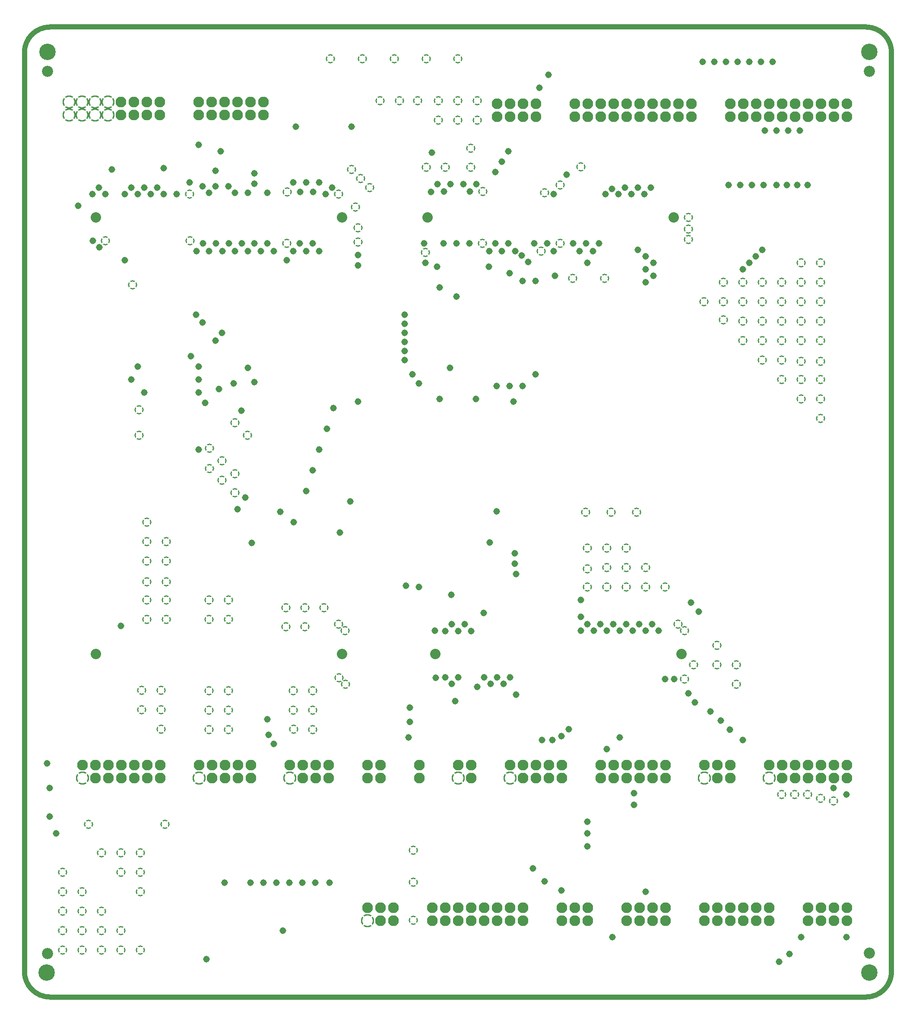
<source format=gbr>
%TF.GenerationSoftware,Altium Limited,Altium Designer,25.5.2 (35)*%
G04 Layer_Physical_Order=2*
G04 Layer_Color=32768*
%FSLAX45Y45*%
%MOMM*%
%TF.SameCoordinates,6948D1F0-C69E-42BD-806E-39CAA59B2E28*%
%TF.FilePolarity,Negative*%
%TF.FileFunction,Copper,L2,Inr,Plane*%
%TF.Part,Single*%
G01*
G75*
%TA.AperFunction,NonConductor*%
%ADD19C,1.01600*%
%TA.AperFunction,WasherPad*%
%ADD20C,3.21600*%
%ADD21C,2.16800*%
%TA.AperFunction,ComponentPad*%
G04:AMPARAMS|DCode=22|XSize=2.624mm|YSize=2.624mm|CornerRadius=0mm|HoleSize=0mm|Usage=FLASHONLY|Rotation=0.000|XOffset=0mm|YOffset=0mm|HoleType=Round|Shape=Relief|Width=0.254mm|Gap=0.254mm|Entries=4|*
%AMTHD22*
7,0,0,2.62400,2.11600,0.25400,45*
%
%ADD22THD22*%
%ADD23C,2.11600*%
%ADD24C,2.03600*%
%TA.AperFunction,ViaPad*%
%ADD25C,1.31600*%
G04:AMPARAMS|DCode=26|XSize=1.824mm|YSize=1.824mm|CornerRadius=0mm|HoleSize=0mm|Usage=FLASHONLY|Rotation=0.000|XOffset=0mm|YOffset=0mm|HoleType=Round|Shape=Relief|Width=0.254mm|Gap=0.254mm|Entries=4|*
%AMTHD26*
7,0,0,1.82400,1.31600,0.25400,45*
%
%ADD26THD26*%
D19*
X-16500000Y-5500000D02*
G03*
X-16000000Y-6000000I500000J0D01*
G01*
X0D02*
G03*
X500000Y-5500000I0J500000D01*
G01*
Y12500000D02*
G03*
X0Y13000000I-500000J0D01*
G01*
X-16000000D02*
G03*
X-16500000Y12500000I0J-500000D01*
G01*
X-16000000Y-6000000D02*
X0D01*
X500000Y-5500000D02*
Y12500000D01*
X-16000000Y13000000D02*
X0D01*
X-16500000Y-5500000D02*
Y12500000D01*
D20*
X-16050565Y12514668D02*
D03*
X-16060915Y-5519334D02*
D03*
X63500Y-5524500D02*
D03*
X64396Y12510380D02*
D03*
D21*
X-16050565Y-5148683D02*
D03*
X64396Y-5142604D02*
D03*
Y12129380D02*
D03*
X-16050565Y12135460D02*
D03*
D22*
X-1897001Y-1707876D02*
D03*
X-3167001D02*
D03*
X-6977001D02*
D03*
X-7993001D02*
D03*
X-9771001Y-4501876D02*
D03*
X-15359001Y-1707876D02*
D03*
X-11295001D02*
D03*
X-13073001D02*
D03*
X-15113002Y11531599D02*
D03*
X-14859003D02*
D03*
X-15367001Y11277599D02*
D03*
X-14859003D02*
D03*
X-15113002D02*
D03*
X-15367001Y11531599D02*
D03*
X-15621002D02*
D03*
Y11277599D02*
D03*
D23*
X-373001Y-4501876D02*
D03*
Y-4247876D02*
D03*
X-627001Y-4501876D02*
D03*
Y-4247876D02*
D03*
X-881001Y-4501876D02*
D03*
Y-4247876D02*
D03*
X-1135001Y-4501876D02*
D03*
Y-4247876D02*
D03*
X-373001Y-1707876D02*
D03*
Y-1453876D02*
D03*
X-627001Y-1707876D02*
D03*
Y-1453876D02*
D03*
X-881001Y-1707876D02*
D03*
Y-1453876D02*
D03*
X-1135001Y-1707876D02*
D03*
Y-1453876D02*
D03*
X-1389001Y-1707876D02*
D03*
Y-1453876D02*
D03*
X-1643001Y-1707876D02*
D03*
Y-1453876D02*
D03*
X-1897001D02*
D03*
X-2659001Y11500124D02*
D03*
Y11246124D02*
D03*
X-2405001Y11500124D02*
D03*
Y11246124D02*
D03*
X-2151001Y11500124D02*
D03*
Y11246124D02*
D03*
X-1897001Y11500124D02*
D03*
Y11246124D02*
D03*
X-1643001Y11500124D02*
D03*
Y11246124D02*
D03*
X-1389001Y11500124D02*
D03*
Y11246124D02*
D03*
X-1135001D02*
D03*
X-627001Y11500124D02*
D03*
X-1135001D02*
D03*
X-881001D02*
D03*
Y11246124D02*
D03*
X-627001D02*
D03*
X-373001Y11500124D02*
D03*
Y11246124D02*
D03*
X-3167001Y-1453876D02*
D03*
X-2659001Y-1707876D02*
D03*
X-2913001Y-1453876D02*
D03*
X-2659001D02*
D03*
X-2913001Y-1707876D02*
D03*
X-3167001Y-4247876D02*
D03*
Y-4501876D02*
D03*
X-2913001Y-4247876D02*
D03*
Y-4501876D02*
D03*
X-2659001Y-4247876D02*
D03*
Y-4501876D02*
D03*
X-2405001Y-4247876D02*
D03*
Y-4501876D02*
D03*
X-2151001Y-4247876D02*
D03*
Y-4501876D02*
D03*
X-1897001Y-4247876D02*
D03*
Y-4501876D02*
D03*
X-4691001Y-4247876D02*
D03*
Y-4501876D02*
D03*
X-4437001Y-4247876D02*
D03*
Y-4501876D02*
D03*
X-4183001Y-4247876D02*
D03*
Y-4501876D02*
D03*
X-3929001Y-4247876D02*
D03*
Y-4501876D02*
D03*
X-5199001Y-1453876D02*
D03*
Y-1707876D02*
D03*
X-4945001Y-1453876D02*
D03*
Y-1707876D02*
D03*
X-4691001Y-1453876D02*
D03*
Y-1707876D02*
D03*
X-4437001Y-1453876D02*
D03*
Y-1707876D02*
D03*
X-4183001Y-1453876D02*
D03*
Y-1707876D02*
D03*
X-3929001Y-1453876D02*
D03*
Y-1707876D02*
D03*
X-3421001Y11246124D02*
D03*
Y11500124D02*
D03*
X-3675001Y11246124D02*
D03*
X-3929001D02*
D03*
Y11500124D02*
D03*
X-4183001D02*
D03*
X-3675001D02*
D03*
X-4183001Y11246124D02*
D03*
X-4437001D02*
D03*
Y11500124D02*
D03*
X-4691001Y11246124D02*
D03*
Y11500124D02*
D03*
X-4945001Y11246124D02*
D03*
Y11500124D02*
D03*
X-5199001Y11246124D02*
D03*
Y11500124D02*
D03*
X-5453001Y11246124D02*
D03*
Y11500124D02*
D03*
X-5707001Y11246124D02*
D03*
Y11500124D02*
D03*
X-5961001Y-4247876D02*
D03*
X-5453001Y-4501876D02*
D03*
X-5707001Y-4247876D02*
D03*
X-5961001Y-4501876D02*
D03*
X-5453001Y-4247876D02*
D03*
X-5707001Y-4501876D02*
D03*
X-5961001Y-1707876D02*
D03*
Y-1453876D02*
D03*
X-6215001Y-1707876D02*
D03*
Y-1453876D02*
D03*
X-6469001Y-1707876D02*
D03*
Y-1453876D02*
D03*
X-6723001Y-1707876D02*
D03*
Y-1453876D02*
D03*
X-6977001D02*
D03*
X-6469001Y11246124D02*
D03*
Y11500124D02*
D03*
X-6723001Y11246124D02*
D03*
Y11500124D02*
D03*
X-6977001Y11246124D02*
D03*
Y11500124D02*
D03*
X-7231001Y11246124D02*
D03*
Y11500124D02*
D03*
X-7739001Y-1453876D02*
D03*
Y-1707876D02*
D03*
X-7993001Y-1453876D02*
D03*
X-6723001Y-4501876D02*
D03*
Y-4247876D02*
D03*
X-6977001Y-4501876D02*
D03*
Y-4247876D02*
D03*
X-7231001Y-4501876D02*
D03*
Y-4247876D02*
D03*
X-7485001Y-4501876D02*
D03*
Y-4247876D02*
D03*
X-7739001Y-4501876D02*
D03*
Y-4247876D02*
D03*
X-7993001Y-4501876D02*
D03*
Y-4247876D02*
D03*
X-8247001Y-4501876D02*
D03*
Y-4247876D02*
D03*
X-8501001Y-4501876D02*
D03*
Y-4247876D02*
D03*
X-8755001Y-1453876D02*
D03*
Y-1707876D02*
D03*
X-9771001Y-1453876D02*
D03*
X-9517001Y-1707876D02*
D03*
X-9771001D02*
D03*
X-9517001Y-1453876D02*
D03*
Y-4501876D02*
D03*
X-9263001Y-4247876D02*
D03*
X-9517001D02*
D03*
X-9263001Y-4501876D02*
D03*
X-9771001Y-4247876D02*
D03*
X-10533001Y-1707876D02*
D03*
Y-1453876D02*
D03*
X-10787001Y-1707876D02*
D03*
Y-1453876D02*
D03*
X-11041001Y-1707876D02*
D03*
Y-1453876D02*
D03*
X-11295001D02*
D03*
X-13081001Y11531599D02*
D03*
Y11277599D02*
D03*
X-12827002Y11531599D02*
D03*
Y11277599D02*
D03*
X-12573002Y11531599D02*
D03*
Y11277599D02*
D03*
X-12319002Y11531599D02*
D03*
Y11277599D02*
D03*
X-12065002Y11531599D02*
D03*
Y11277599D02*
D03*
X-11811002Y11531599D02*
D03*
Y11277599D02*
D03*
X-13073001Y-1453876D02*
D03*
X-12819000D02*
D03*
Y-1707876D02*
D03*
X-12565001Y-1453876D02*
D03*
Y-1707876D02*
D03*
X-12311001Y-1453876D02*
D03*
Y-1707876D02*
D03*
X-12057001Y-1453876D02*
D03*
Y-1707876D02*
D03*
X-13843002Y11277599D02*
D03*
Y11531599D02*
D03*
X-14097002Y11277599D02*
D03*
Y11531599D02*
D03*
X-14351003Y11277599D02*
D03*
Y11531599D02*
D03*
X-14605002Y11277599D02*
D03*
Y11531599D02*
D03*
X-13835001Y-1707876D02*
D03*
Y-1453876D02*
D03*
X-14089001Y-1707876D02*
D03*
Y-1453876D02*
D03*
X-14343001Y-1707876D02*
D03*
Y-1453876D02*
D03*
X-14597002Y-1707876D02*
D03*
Y-1453876D02*
D03*
X-14851001Y-1707876D02*
D03*
Y-1453876D02*
D03*
X-15105000Y-1707876D02*
D03*
Y-1453876D02*
D03*
X-15359001D02*
D03*
D24*
X-3617500Y716645D02*
D03*
X-8443500D02*
D03*
X-3769900Y9268825D02*
D03*
X-8595900D02*
D03*
X-10272300Y716645D02*
D03*
X-15098300D02*
D03*
X-10272300Y9268825D02*
D03*
X-15098300D02*
D03*
D25*
X-7625000Y75000D02*
D03*
X-6625000Y8400000D02*
D03*
X-6750000Y8525000D02*
D03*
X-7243200Y3516140D02*
D03*
X-11225000Y3300000D02*
D03*
X-4975000Y-4825000D02*
D03*
X-5825000Y-750000D02*
D03*
X-7375000Y2900000D02*
D03*
X-6858000Y2286000D02*
D03*
X-13766800Y10236200D02*
D03*
X-11988800Y6045200D02*
D03*
X-11734800Y-558800D02*
D03*
X-5588000Y1447800D02*
D03*
X-5612401Y8611600D02*
D03*
X-14782800Y10210800D02*
D03*
X-13081000Y10693400D02*
D03*
X-13258800Y9952236D02*
D03*
X-1701800Y-5308600D02*
D03*
X-8509000Y10541000D02*
D03*
X-10083800Y11049000D02*
D03*
X-8432800Y254000D02*
D03*
X-6096000Y8128000D02*
D03*
X-6908800Y5664200D02*
D03*
X-6477000Y8026400D02*
D03*
Y6197600D02*
D03*
X-8636000Y8382000D02*
D03*
X-8026400Y7721600D02*
D03*
X-8407400Y8305800D02*
D03*
X-6400800Y11811000D02*
D03*
X-6223000Y12065000D02*
D03*
X-8026402Y8762999D02*
D03*
X-11176000Y11049000D02*
D03*
X-11353800Y8432800D02*
D03*
X-11096799Y9773650D02*
D03*
X-7771401Y8764000D02*
D03*
X-7896399Y9926050D02*
D03*
X-7768398Y9774651D02*
D03*
X-7642399Y9926050D02*
D03*
X-8661899Y8762501D02*
D03*
X-9956800Y8331200D02*
D03*
Y8534400D02*
D03*
X-10590801Y9727198D02*
D03*
X-10463801Y9854198D02*
D03*
X-8454200Y1179290D02*
D03*
X-12953999Y5638800D02*
D03*
X-12683490Y5909310D02*
D03*
X-8763000Y6019800D02*
D03*
X-7645400Y5715000D02*
D03*
X-8356600D02*
D03*
Y7899400D02*
D03*
X-8890000Y6197600D02*
D03*
X-6146800Y-965200D02*
D03*
X-8051800Y-203200D02*
D03*
X-6858000Y-76200D02*
D03*
X-5969000Y-889000D02*
D03*
X-12319000Y3556000D02*
D03*
X-10566400Y5130800D02*
D03*
X-12750800Y6858000D02*
D03*
X-13233400Y6553200D02*
D03*
X-13081000Y4724400D02*
D03*
Y6350000D02*
D03*
Y6096000D02*
D03*
Y5842000D02*
D03*
X-12166600Y3784600D02*
D03*
X-13131799Y7366000D02*
D03*
X-13004800Y7213600D02*
D03*
X-6985000Y8178800D02*
D03*
X-7391400Y8305800D02*
D03*
X-6731000Y8026400D02*
D03*
Y5969000D02*
D03*
X-6985000D02*
D03*
X-7239000D02*
D03*
X-12624801Y7009399D02*
D03*
X-12621800Y8612601D02*
D03*
X-12877800Y8610600D02*
D03*
X-13129800Y8612601D02*
D03*
X-8153400Y6324600D02*
D03*
X-11607800Y-1041400D02*
D03*
X-11709400Y-863600D02*
D03*
X-9956800Y5664200D02*
D03*
X-9017000Y2057400D02*
D03*
X-8966200Y-914400D02*
D03*
X-8940800Y-609600D02*
D03*
Y-330200D02*
D03*
X-11988800Y10134600D02*
D03*
Y9931400D02*
D03*
X-10718800Y9956800D02*
D03*
X-10972800D02*
D03*
X-11226800D02*
D03*
X-10439400Y5537200D02*
D03*
X-12039600Y2895600D02*
D03*
X-10718800Y4724400D02*
D03*
X-10845800Y4318000D02*
D03*
X-10972800Y3911600D02*
D03*
X-10109200Y3708400D02*
D03*
X-11480800Y3505200D02*
D03*
X-10312400Y3098800D02*
D03*
X-6883400Y2692400D02*
D03*
Y2489200D02*
D03*
X-8763000Y2032000D02*
D03*
X-5588000Y1778000D02*
D03*
X-7493000Y1524000D02*
D03*
X-9042400Y7366000D02*
D03*
Y7188200D02*
D03*
Y7010400D02*
D03*
Y6832600D02*
D03*
Y6654800D02*
D03*
X-6350000Y-965200D02*
D03*
X-9042400Y6477000D02*
D03*
X-12115800Y6324600D02*
D03*
X-12395200Y6019800D02*
D03*
X-12242800Y5486400D02*
D03*
X-8128000Y1879600D02*
D03*
X-7264400Y10160000D02*
D03*
X-7137400Y10363200D02*
D03*
X-7010400Y10566400D02*
D03*
X-11606801Y8611600D02*
D03*
X-11860801D02*
D03*
X-11734802Y8762999D02*
D03*
X-8150399Y9926050D02*
D03*
X-8276398Y9774651D02*
D03*
X-11734802Y9753599D02*
D03*
X-12496802Y9880599D02*
D03*
X-7743999Y1167398D02*
D03*
X-12750802Y9880599D02*
D03*
X-12368801Y8611600D02*
D03*
X-11988802Y8762999D02*
D03*
X-12240800Y8765001D02*
D03*
X-12114801Y8611600D02*
D03*
X-10842799Y9773650D02*
D03*
X-10844801Y8764000D02*
D03*
X-10717801Y8611600D02*
D03*
X-11098801Y8764000D02*
D03*
X-10971801Y8611600D02*
D03*
X-11225801D02*
D03*
X-7997999Y1167398D02*
D03*
X-7870999Y1302018D02*
D03*
X-8251999Y1167398D02*
D03*
X-8124999Y1302018D02*
D03*
Y131272D02*
D03*
X-8251999Y265892D02*
D03*
X-7997999D02*
D03*
X-6981999D02*
D03*
X-7235999D02*
D03*
X-7108999Y131272D02*
D03*
X-7362999D02*
D03*
X-7489999Y265892D02*
D03*
X-8530896Y9774153D02*
D03*
X-8404399Y9926050D02*
D03*
X-4826002Y-914401D02*
D03*
X-5080002Y-1143001D02*
D03*
X-8280899Y8762501D02*
D03*
X-12750802Y10185399D02*
D03*
X-12649202Y10566399D02*
D03*
X-13004802Y9880599D02*
D03*
X-12876801Y9752598D02*
D03*
X-5588002Y1176019D02*
D03*
X-5334002D02*
D03*
X-5461002Y1303019D02*
D03*
X-5080002Y1176019D02*
D03*
X-5207002Y1303019D02*
D03*
X-4826002Y1176019D02*
D03*
X-4953002Y1303019D02*
D03*
X-13002800Y8765001D02*
D03*
X-12494800D02*
D03*
X-12748800D02*
D03*
X-12115802Y9753599D02*
D03*
X-12369802D02*
D03*
X-5461002Y8381999D02*
D03*
X-5867402Y10109199D02*
D03*
X-4978402Y9829799D02*
D03*
X-4851402Y9728199D02*
D03*
X-5105402D02*
D03*
X-6121402D02*
D03*
X-5231401Y8764000D02*
D03*
X-5357400Y8612601D02*
D03*
X-5739401Y8764000D02*
D03*
X-5485401D02*
D03*
X-6247401D02*
D03*
X-6120401Y8611600D02*
D03*
X-6881400Y8612601D02*
D03*
X-6501401Y8764000D02*
D03*
X-7263401D02*
D03*
X-7389400Y8612601D02*
D03*
X-7136401Y8611600D02*
D03*
X-7009401Y8764000D02*
D03*
X-13511801Y9727198D02*
D03*
X-15162801D02*
D03*
X-15035802Y9854198D02*
D03*
X-14908801Y9727198D02*
D03*
X-15160799Y8810452D02*
D03*
X-15033800Y8683452D02*
D03*
X-16002000Y-1905000D02*
D03*
Y-2463800D02*
D03*
X-15875000Y-2794000D02*
D03*
X-15443201Y9499600D02*
D03*
X-13893800Y9855200D02*
D03*
X-13766800Y9728200D02*
D03*
X-14147800Y9855200D02*
D03*
X-14020799Y9728200D02*
D03*
X-14401801Y9855200D02*
D03*
X-14274800Y9728200D02*
D03*
X-14528799D02*
D03*
Y8432800D02*
D03*
X-2667000Y-762000D02*
D03*
X-3048000Y-406400D02*
D03*
X-2844800Y-584200D02*
D03*
X-2413000Y-965200D02*
D03*
X-3479800Y-50800D02*
D03*
X-3352800Y-228600D02*
D03*
X-3937000Y228600D02*
D03*
X-3759200D02*
D03*
X-5969000Y-3911600D02*
D03*
X-11430000Y-4699000D02*
D03*
X-14401801Y6096000D02*
D03*
X-14147800Y5842000D02*
D03*
X-14274800Y6350000D02*
D03*
X-381000Y-4826000D02*
D03*
X-3276600Y1549400D02*
D03*
X-3429000Y1727200D02*
D03*
X-14605000Y1270000D02*
D03*
X-4318000Y-3937000D02*
D03*
X-4546600Y-2235200D02*
D03*
Y-2006600D02*
D03*
X-5461000Y-2565400D02*
D03*
Y-2794000D02*
D03*
Y-3048000D02*
D03*
X-6527800Y-3479800D02*
D03*
X-6299200Y-3733800D02*
D03*
X-1498600Y-5156200D02*
D03*
X-1270000Y-4826000D02*
D03*
X-12928600Y-5257800D02*
D03*
X-11811000Y-3759200D02*
D03*
X-11557000D02*
D03*
X-12573000D02*
D03*
X-12065000D02*
D03*
X-11303000D02*
D03*
X-11049000D02*
D03*
X-10515600D02*
D03*
X-10795000D02*
D03*
X-635002Y-1905001D02*
D03*
X-381002Y-2032001D02*
D03*
X-4572002Y1176019D02*
D03*
X-4699002Y1303019D02*
D03*
X-4318002Y1176019D02*
D03*
X-4445002Y1303019D02*
D03*
X-4064002Y1176019D02*
D03*
X-4191002Y1303019D02*
D03*
X-16052802Y-1422401D02*
D03*
X-2463802Y9905999D02*
D03*
X-2413002Y8254999D02*
D03*
X-2286002Y8381999D02*
D03*
X-2159002Y8508999D02*
D03*
X-2032002Y8635999D02*
D03*
X-4318002Y8000999D02*
D03*
X-4165602Y8127999D02*
D03*
X-4318002Y8254999D02*
D03*
X-4165602Y8381999D02*
D03*
X-4318002Y8508999D02*
D03*
X-4470402Y8635999D02*
D03*
X-2006602Y9905999D02*
D03*
X-2235202D02*
D03*
X-2692402D02*
D03*
X-1752602D02*
D03*
X-1549402D02*
D03*
X-1346202D02*
D03*
X-1143002D02*
D03*
X-1295402Y10972799D02*
D03*
X-1524002D02*
D03*
X-1752602D02*
D03*
X-1981202D02*
D03*
X-3200402Y12318999D02*
D03*
X-2971802D02*
D03*
X-2743202D02*
D03*
X-2514602D02*
D03*
X-1828802D02*
D03*
X-2057402D02*
D03*
X-2286002D02*
D03*
X-4216402Y9855199D02*
D03*
X-4343402Y9728199D02*
D03*
X-4470402Y9855199D02*
D03*
X-4724402D02*
D03*
X-4597402Y9728199D02*
D03*
D26*
X-11225000Y-750000D02*
D03*
X-10845800Y0D02*
D03*
X-11226800D02*
D03*
X-10845800Y-381000D02*
D03*
X-11226800D02*
D03*
X-10845800Y-762000D02*
D03*
X-13821001Y11855D02*
D03*
X-14202000D02*
D03*
X-13821001Y-369145D02*
D03*
X-14202000D02*
D03*
X-13821001Y-750145D02*
D03*
X-8875000Y-3125000D02*
D03*
Y-3750000D02*
D03*
Y-4500000D02*
D03*
X-4500000Y3500000D02*
D03*
X-5000000D02*
D03*
X-5500000D02*
D03*
X-5125000Y8075000D02*
D03*
X-5750000D02*
D03*
X-7750000Y10625000D02*
D03*
Y10250000D02*
D03*
X-8250000D02*
D03*
X-8625000D02*
D03*
X-8000000Y12375000D02*
D03*
X-8625000D02*
D03*
X-9250000D02*
D03*
X-9875000D02*
D03*
X-10500000D02*
D03*
X-14250000Y5000000D02*
D03*
Y5500000D02*
D03*
X-11000000Y1250000D02*
D03*
X-11375000D02*
D03*
X-10625000Y1625000D02*
D03*
X-11000000D02*
D03*
X-11375000D02*
D03*
X-12125000Y5000000D02*
D03*
X-12375000Y5250000D02*
D03*
Y3875000D02*
D03*
Y4250000D02*
D03*
X-12625000Y4125000D02*
D03*
Y4500000D02*
D03*
X-12875000Y4350000D02*
D03*
Y4750000D02*
D03*
X-15239999Y-2616200D02*
D03*
X-13741400D02*
D03*
X-5588500Y10262100D02*
D03*
X-9906000Y10033000D02*
D03*
X-9728200Y9855200D02*
D03*
X-10083800Y10210800D02*
D03*
X-10007600Y9474200D02*
D03*
X-14377400Y7949200D02*
D03*
X-8636000Y8585200D02*
D03*
X-635000Y-2159000D02*
D03*
X-889000Y-2108200D02*
D03*
X-1143000Y-2032000D02*
D03*
X-1397000D02*
D03*
X-1651000D02*
D03*
X-889000Y5334000D02*
D03*
Y7620000D02*
D03*
Y7239000D02*
D03*
Y6858000D02*
D03*
Y6451600D02*
D03*
Y6096000D02*
D03*
Y5715000D02*
D03*
Y8001000D02*
D03*
Y8382000D02*
D03*
X-15748000Y-5080000D02*
D03*
X-15367000D02*
D03*
Y-4699000D02*
D03*
X-15748000D02*
D03*
Y-4318000D02*
D03*
Y-3556000D02*
D03*
Y-3937000D02*
D03*
X-15367000D02*
D03*
Y-4318000D02*
D03*
X-14986000D02*
D03*
X-14605000Y-4699000D02*
D03*
X-14986000D02*
D03*
Y-5080000D02*
D03*
X-14605000D02*
D03*
X-14224001D02*
D03*
X-12877800Y-762000D02*
D03*
X-12496800D02*
D03*
X-12877800Y-381000D02*
D03*
X-12496800D02*
D03*
X-12877800Y0D02*
D03*
X-12496800D02*
D03*
X-12877800Y1778000D02*
D03*
X-12496800D02*
D03*
X-12877800Y1397000D02*
D03*
X-12496800D02*
D03*
X-14097000D02*
D03*
X-13716000D02*
D03*
X-14097000Y1778000D02*
D03*
X-13716000D02*
D03*
X-14097000Y2133600D02*
D03*
X-13716000D02*
D03*
X-14097000Y2540000D02*
D03*
X-13716000D02*
D03*
Y2921000D02*
D03*
X-14097000D02*
D03*
Y3302000D02*
D03*
X-14224001Y-3937000D02*
D03*
X-14605000Y-3556000D02*
D03*
X-14986000Y-3175000D02*
D03*
X-14605000D02*
D03*
X-14224001Y-3556000D02*
D03*
Y-3175000D02*
D03*
X-8382000Y11176000D02*
D03*
X-8001000D02*
D03*
X-7620000D02*
D03*
Y11557000D02*
D03*
X-8001000D02*
D03*
X-8382000D02*
D03*
X-8788400D02*
D03*
X-9144000D02*
D03*
X-9525000D02*
D03*
X-2540000Y127000D02*
D03*
Y508000D02*
D03*
X-2921000D02*
D03*
Y889000D02*
D03*
X-3937000Y2032000D02*
D03*
X-4318000D02*
D03*
X-4699000D02*
D03*
X-5080000D02*
D03*
X-5461000D02*
D03*
X-4318000Y2413000D02*
D03*
X-4699000D02*
D03*
X-5080000D02*
D03*
X-5461000Y2387600D02*
D03*
X-4699000Y2794000D02*
D03*
X-5080000D02*
D03*
X-5461000D02*
D03*
X-3175000Y7620000D02*
D03*
X-2794000Y8001000D02*
D03*
X-1270000Y8382000D02*
D03*
Y8001000D02*
D03*
X-1651000D02*
D03*
X-2032000D02*
D03*
X-2413000D02*
D03*
X-1270000Y5715000D02*
D03*
Y6096000D02*
D03*
X-1651000D02*
D03*
X-1270000Y6451600D02*
D03*
X-1651000Y6477000D02*
D03*
X-2032000D02*
D03*
X-1270000Y6858000D02*
D03*
X-1651000D02*
D03*
X-2032000D02*
D03*
X-2413000D02*
D03*
X-1270000Y7239000D02*
D03*
X-1651000D02*
D03*
X-2032000D02*
D03*
X-2413000D02*
D03*
X-2794000Y7264400D02*
D03*
X-1270000Y7620000D02*
D03*
X-1651000D02*
D03*
X-2032000D02*
D03*
X-2413000D02*
D03*
X-2794000D02*
D03*
X-5994400Y9906000D02*
D03*
X-9956800Y8788400D02*
D03*
Y9067800D02*
D03*
X-7514398Y9774651D02*
D03*
X-10336801Y9727198D02*
D03*
X-11350799Y9773650D02*
D03*
X-13255798Y8810452D02*
D03*
X-13257800Y9727198D02*
D03*
X-10206798Y130271D02*
D03*
X-10333798Y257271D02*
D03*
X-10337802Y1303019D02*
D03*
X-10210802Y1176019D02*
D03*
X-11352801Y8764000D02*
D03*
X-6299202Y9753599D02*
D03*
X-6373400Y8612601D02*
D03*
X-5993401Y8764000D02*
D03*
X-7517401D02*
D03*
X-14909801Y8813800D02*
D03*
X-3556000Y228600D02*
D03*
X-3378200Y508000D02*
D03*
X-3556002Y1176019D02*
D03*
X-3683002Y1303019D02*
D03*
X-3479802Y8839199D02*
D03*
Y9042399D02*
D03*
Y9270999D02*
D03*
%TF.MD5,22d6ac69d5f7b1e4da0255cb94cebf4e*%
M02*

</source>
